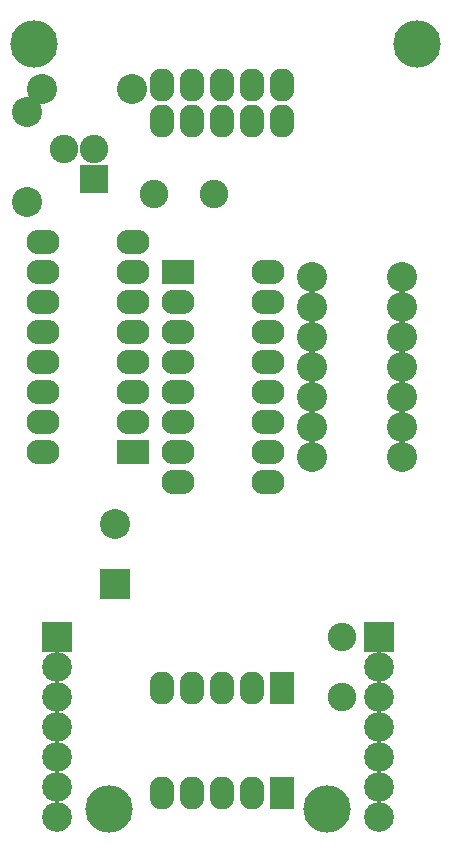
<source format=gts>
G04 (created by PCBNEW (2013-07-07 BZR 4022)-stable) date 17/03/2015 13:31:24*
%MOIN*%
G04 Gerber Fmt 3.4, Leading zero omitted, Abs format*
%FSLAX34Y34*%
G01*
G70*
G90*
G04 APERTURE LIST*
%ADD10C,0.00590551*%
%ADD11R,0.0987X0.0987*%
%ADD12C,0.0987*%
%ADD13R,0.082X0.11*%
%ADD14O,0.082X0.11*%
%ADD15R,0.11X0.082*%
%ADD16O,0.11X0.082*%
%ADD17R,0.095X0.095*%
%ADD18C,0.095*%
%ADD19C,0.1*%
%ADD20R,0.1X0.1*%
%ADD21C,0.1578*%
G04 APERTURE END LIST*
G54D10*
G54D11*
X12750Y-31000D03*
G54D12*
X12750Y-32000D03*
X12750Y-33000D03*
X12750Y-34000D03*
X12750Y-35000D03*
X12750Y-36000D03*
X12750Y-37000D03*
G54D13*
X20250Y-32700D03*
G54D14*
X19250Y-32700D03*
X18250Y-32700D03*
X17250Y-32700D03*
X16250Y-32700D03*
X16250Y-13800D03*
X17250Y-13800D03*
X18250Y-13800D03*
X19250Y-13800D03*
X20250Y-13800D03*
G54D11*
X23500Y-31000D03*
G54D12*
X23500Y-32000D03*
X23500Y-33000D03*
X23500Y-34000D03*
X23500Y-35000D03*
X23500Y-36000D03*
X23500Y-37000D03*
G54D15*
X15300Y-24850D03*
G54D16*
X15300Y-23850D03*
X15300Y-22850D03*
X15300Y-21850D03*
X15300Y-20850D03*
X15300Y-19850D03*
X15300Y-18850D03*
X15300Y-17850D03*
X12300Y-17850D03*
X12300Y-18850D03*
X12300Y-19850D03*
X12300Y-20850D03*
X12300Y-21850D03*
X12300Y-22850D03*
X12300Y-23850D03*
X12300Y-24850D03*
G54D17*
X14000Y-15750D03*
G54D18*
X14000Y-14750D03*
X13000Y-14750D03*
G54D19*
X11750Y-16500D03*
X11750Y-13500D03*
X15250Y-12750D03*
X12250Y-12750D03*
G54D20*
X14700Y-29250D03*
G54D19*
X14700Y-27250D03*
G54D18*
X16000Y-16250D03*
X18000Y-16250D03*
G54D15*
X16800Y-18850D03*
G54D16*
X16800Y-19850D03*
X16800Y-20850D03*
X16800Y-21850D03*
X16800Y-22850D03*
X16800Y-23850D03*
X16800Y-24850D03*
X16800Y-25850D03*
X19800Y-25850D03*
X19800Y-24850D03*
X19800Y-23850D03*
X19800Y-22850D03*
X19800Y-21850D03*
X19800Y-20850D03*
X19800Y-19850D03*
X19800Y-18850D03*
G54D21*
X24750Y-11250D03*
X12000Y-11250D03*
X14500Y-36750D03*
X21750Y-36750D03*
G54D19*
X21250Y-19000D03*
X24250Y-19000D03*
X21250Y-20000D03*
X24250Y-20000D03*
X21250Y-21000D03*
X24250Y-21000D03*
X21250Y-22000D03*
X24250Y-22000D03*
X21250Y-23000D03*
X24250Y-23000D03*
X21250Y-24000D03*
X24250Y-24000D03*
X21250Y-25000D03*
X24250Y-25000D03*
G54D13*
X20250Y-36200D03*
G54D14*
X19250Y-36200D03*
X18250Y-36200D03*
X17250Y-36200D03*
X16250Y-36200D03*
X16250Y-12600D03*
X17250Y-12600D03*
X18250Y-12600D03*
X19250Y-12600D03*
X20250Y-12600D03*
G54D18*
X22250Y-31000D03*
X22250Y-33000D03*
M02*

</source>
